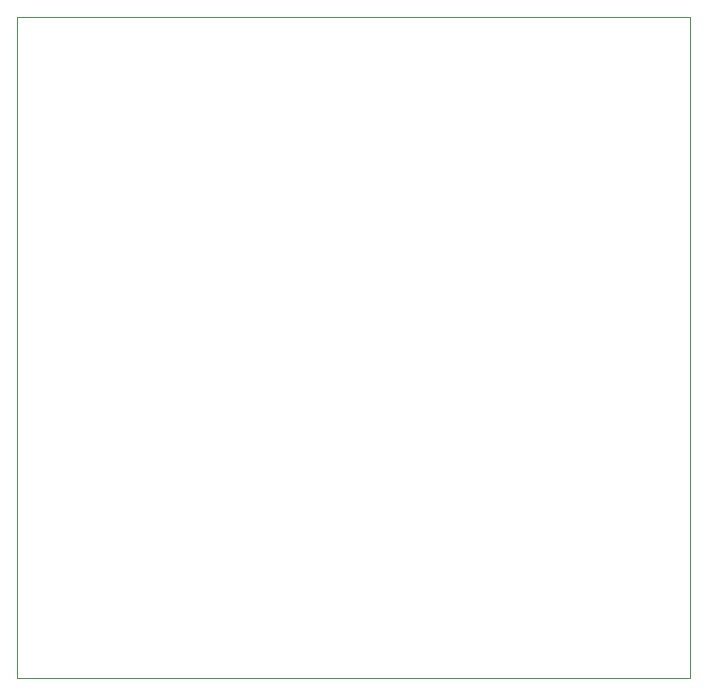
<source format=gbr>
%TF.GenerationSoftware,KiCad,Pcbnew,9.0.0*%
%TF.CreationDate,2025-04-07T16:42:38-05:00*%
%TF.ProjectId,Project 2.0,50726f6a-6563-4742-9032-2e302e6b6963,rev?*%
%TF.SameCoordinates,Original*%
%TF.FileFunction,Profile,NP*%
%FSLAX46Y46*%
G04 Gerber Fmt 4.6, Leading zero omitted, Abs format (unit mm)*
G04 Created by KiCad (PCBNEW 9.0.0) date 2025-04-07 16:42:38*
%MOMM*%
%LPD*%
G01*
G04 APERTURE LIST*
%TA.AperFunction,Profile*%
%ADD10C,0.050000*%
%TD*%
G04 APERTURE END LIST*
D10*
X151000000Y-50000000D02*
X208000000Y-50000000D01*
X208000000Y-106000000D01*
X151000000Y-106000000D01*
X151000000Y-50000000D01*
M02*

</source>
